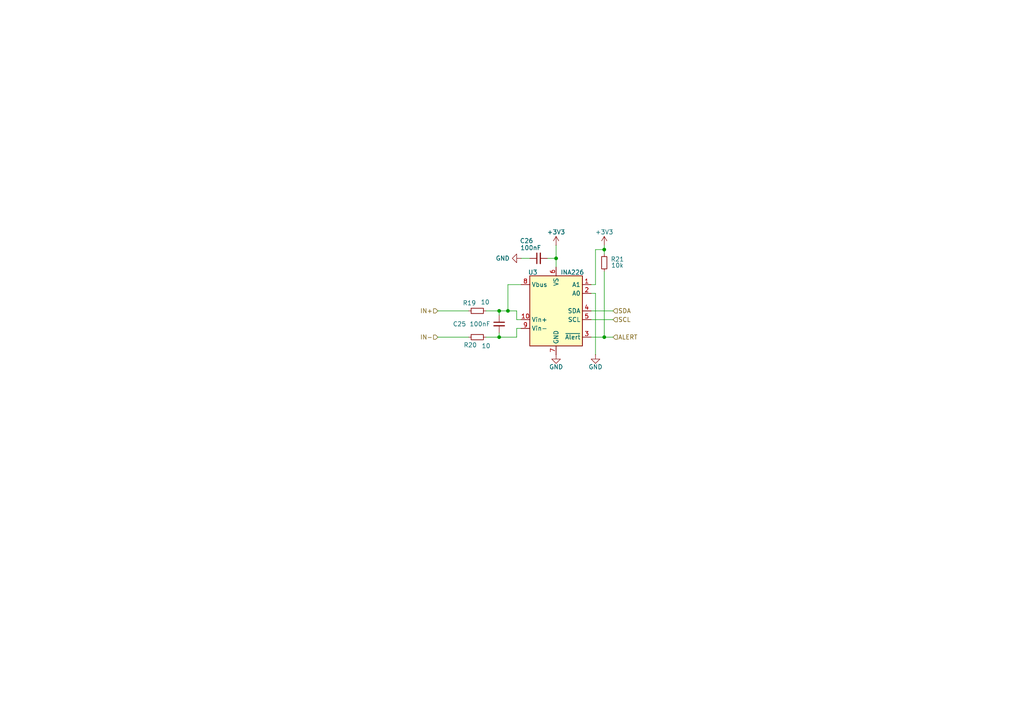
<source format=kicad_sch>
(kicad_sch (version 20250114) (generator "eeschema") (generator_version "9.0")
  (paper "A4")
  (title_block (title "LTC3119 Test Board") (date "2025-05-02") (rev "1.0") (company "Precision Based On Vibes"))
  (lib_symbols
    (symbol "Device:C_Small" (pin_numbers (hide yes)) (pin_names (offset 0.254) (hide yes))
      (property "Reference" "C" (at 0.254 1.778 0))
      (property "Value" "C_Small" (at 0.254 -2.032 0))
      (symbol "C_Small_0_1"
        (polyline (pts (xy -1.524 0.508) (xy 1.524 0.508)) (stroke (width 0.3048)))
        (polyline (pts (xy -1.524 -0.508) (xy 1.524 -0.508)) (stroke (width 0.3302)))
      )
      (symbol "C_Small_1_1"
        (pin passive line (at 0 2.54 270) (length 2.032) (name "~") (number "1"))
        (pin passive line (at 0 -2.54 90) (length 2.032) (name "~") (number "2"))
      )
    )
    (symbol "Device:R_Small" (pin_numbers (hide yes)) (pin_names (offset 0.254) (hide yes))
      (property "Reference" "R" (at 0 0 90))
      (property "Value" "R_Small" (at 1.778 0 90))
      (symbol "R_Small_0_1"
        (rectangle (start -0.762 1.778) (end 0.762 -1.778) (stroke (width 0.2032)))
      )
      (symbol "R_Small_1_1"
        (pin passive line (at 0 2.54 270) (length 0.762) (name "~") (number "1"))
        (pin passive line (at 0 -2.54 90) (length 0.762) (name "~") (number "2"))
      )
    )
    (symbol "Sensor_Energy:INA226"
      (property "Reference" "U" (at -6.35 11.43 0))
      (property "Value" "INA226" (at 3.81 11.43 0))
      (symbol "INA226_0_1"
        (rectangle (start 7.62 10.16) (end -7.62 -10.16) (stroke (width 0.254)) (fill (type background)))
      )
      (symbol "INA226_1_1"
        (pin input line (at -10.16 7.62 0) (length 2.54) (name "Vbus") (number "8"))
        (pin input line (at -10.16 -2.54 0) (length 2.54) (name "Vin+") (number "10"))
        (pin input line (at -10.16 -5.08 0) (length 2.54) (name "Vin-") (number "9"))
        (pin power_in line (at 0 12.7 270) (length 2.54) (name "VS") (number "6"))
        (pin power_in line (at 0 -12.7 90) (length 2.54) (name "GND") (number "7"))
        (pin input line (at 10.16 7.62 180) (length 2.54) (name "A1") (number "1"))
        (pin input line (at 10.16 5.08 180) (length 2.54) (name "A0") (number "2"))
        (pin bidirectional line (at 10.16 0 180) (length 2.54) (name "SDA") (number "4"))
        (pin input line (at 10.16 -2.54 180) (length 2.54) (name "SCL") (number "5"))
        (pin open_collector line (at 10.16 -7.62 180) (length 2.54) (name "~{Alert}") (number "3"))
      )
    )
    (symbol "power:+3V3" (power) (pin_numbers (hide yes)) (pin_names (offset 0) (hide yes))
      (property "Value" "+3V3" (at 0 3.556 0))
      (symbol "+3V3_0_1"
        (polyline (pts (xy -0.762 1.27) (xy 0 2.54)))
        (polyline (pts (xy 0 2.54) (xy 0.762 1.27)))
        (polyline (pts (xy 0 0) (xy 0 2.54)))
      )
      (symbol "+3V3_1_1"
        (pin power_in line (at 0 0 90) (length 0) (name "~") (number "1"))
      )
    )
    (symbol "power:GND" (power) (pin_numbers (hide yes)) (pin_names (offset 0) (hide yes))
      (property "Value" "GND" (at 0 -3.81 0))
      (symbol "GND_0_1"
        (polyline (pts (xy 0 0) (xy 0 -1.27) (xy 1.27 -1.27) (xy 0 -2.54) (xy -1.27 -1.27) (xy 0 -1.27)))
      )
      (symbol "GND_1_1"
        (pin power_in line (at 0 0 270) (length 0) (name "~") (number "1"))
      )
    )
  )
  (junction (at 144.78 97.79))
  (junction (at 144.78 90.17))
  (junction (at 175.26 97.79))
  (junction (at 161.29 74.93))
  (junction (at 175.26 72.39))
  (junction (at 147.32 90.17))
  (wire (pts (xy 175.26 72.39) (xy 175.26 73.66)))
  (wire (pts (xy 140.97 97.79) (xy 144.78 97.79)))
  (wire (pts (xy 175.26 78.74) (xy 175.26 97.79)))
  (wire (pts (xy 172.72 72.39) (xy 175.26 72.39)))
  (wire (pts (xy 171.45 90.17) (xy 177.8 90.17)))
  (wire (pts (xy 161.29 71.12) (xy 161.29 74.93)))
  (wire (pts (xy 161.29 74.93) (xy 161.29 77.47)))
  (wire (pts (xy 158.75 74.93) (xy 161.29 74.93)))
  (wire (pts (xy 127 90.17) (xy 135.89 90.17)))
  (wire (pts (xy 140.97 90.17) (xy 144.78 90.17)))
  (wire (pts (xy 171.45 92.71) (xy 177.8 92.71)))
  (wire (pts (xy 149.86 95.25) (xy 149.86 97.79)))
  (wire (pts (xy 171.45 82.55) (xy 172.72 82.55)))
  (wire (pts (xy 147.32 82.55) (xy 151.13 82.55)))
  (wire (pts (xy 127 97.79) (xy 135.89 97.79)))
  (wire (pts (xy 147.32 82.55) (xy 147.32 90.17)))
  (wire (pts (xy 171.45 97.79) (xy 175.26 97.79)))
  (wire (pts (xy 172.72 85.09) (xy 172.72 102.87)))
  (wire (pts (xy 149.86 90.17) (xy 149.86 92.71)))
  (wire (pts (xy 172.72 85.09) (xy 171.45 85.09)))
  (wire (pts (xy 175.26 97.79) (xy 177.8 97.79)))
  (wire (pts (xy 172.72 82.55) (xy 172.72 72.39)))
  (wire (pts (xy 144.78 91.44) (xy 144.78 90.17)))
  (wire (pts (xy 147.32 90.17) (xy 149.86 90.17)))
  (wire (pts (xy 151.13 74.93) (xy 153.67 74.93)))
  (wire (pts (xy 175.26 71.12) (xy 175.26 72.39)))
  (wire (pts (xy 144.78 90.17) (xy 147.32 90.17)))
  (wire (pts (xy 144.78 97.79) (xy 149.86 97.79)))
  (wire (pts (xy 151.13 95.25) (xy 149.86 95.25)))
  (wire (pts (xy 149.86 92.71) (xy 151.13 92.71)))
  (wire (pts (xy 144.78 96.52) (xy 144.78 97.79)))
  (hierarchical_label "ALERT" (shape input) (at 177.8 97.79 0))
  (hierarchical_label "SDA" (shape input) (at 177.8 90.17 0))
  (hierarchical_label "IN+" (shape input) (at 127 90.17 180))
  (hierarchical_label "SCL" (shape input) (at 177.8 92.71 0))
  (hierarchical_label "IN-" (shape input) (at 127 97.79 180))
  (symbol (lib_id "Device:R_Small") (at 175.26 76.2 180) (unit 1)
    (property "Reference" "R21" (at 179.07 75.184 0))
    (property "Value" "10k" (at 179.07 76.962 0))
    (property "Footprint" "Resistor_SMD:R_0805_2012Metric_Pad1.20x1.40mm_HandSolder" (effects (hide yes)))
    (property "Description" "Resistor, small symbol" (effects (hide yes)))
  )
  (symbol (lib_id "power:GND") (at 151.13 74.93 270) (unit 1)
    (property "Reference" "#PWR033" (effects (hide yes)))
    (property "Value" "GND" (at 145.796 74.93 90))
    (property "Description" "Power symbol creates a global label with name \"GND\" , ground" (effects (hide yes)))
  )
  (symbol (lib_id "Device:C_Small") (at 144.78 93.98 0) (unit 1)
    (property "Reference" "C25" (at 131.318 93.98 0) (effects (justify left)))
    (property "Value" "100nF" (at 136.144 93.98 0) (effects (justify left)))
    (property "Footprint" "Capacitor_SMD:C_0805_2012Metric_Pad1.18x1.45mm_HandSolder" (effects (hide yes)))
    (property "Description" "Unpolarized capacitor, small symbol" (effects (hide yes)))
  )
  (symbol (lib_id "Device:R_Small") (at 138.43 90.17 90) (unit 1)
    (property "Reference" "R19" (at 136.144 87.884 90))
    (property "Value" "10" (at 140.716 87.63 90))
    (property "Footprint" "Resistor_SMD:R_0805_2012Metric_Pad1.20x1.40mm_HandSolder" (effects (hide yes)))
    (property "Description" "Resistor, small symbol" (effects (hide yes)))
  )
  (symbol (lib_id "power:GND") (at 172.72 102.87 0) (unit 1)
    (property "Reference" "#PWR036" (effects (hide yes)))
    (property "Value" "GND" (at 172.72 106.426 0))
    (property "Description" "Power symbol creates a global label with name \"GND\" , ground" (effects (hide yes)))
  )
  (symbol (lib_id "power:+3V3") (at 175.26 71.12 0) (unit 1)
    (property "Reference" "#PWR037" (effects (hide yes)))
    (property "Value" "+3V3" (at 175.26 67.31 0))
    (property "Description" "Power symbol creates a global label with name \"+3V3\"" (effects (hide yes)))
  )
  (symbol (lib_id "Sensor_Energy:INA226") (at 161.29 90.17 0) (unit 1)
    (property "Reference" "U3" (at 153.162 78.994 0) (effects (justify left)))
    (property "Value" "INA226" (at 162.56 78.994 0) (effects (justify left)))
    (property "Footprint" "Package_SO:VSSOP-10_3x3mm_P0.5mm" (effects (hide yes)))
    (property "Datasheet" "http://www.ti.com/lit/ds/symlink/ina226.pdf" (effects (hide yes)))
    (property "Description" "High-Side or Low-Side Measurement, Bi-Directional Current and Power Monitor (0-36V) with I2C Compatible Interface, VSSOP-10" (effects (hide yes)))
  )
  (symbol (lib_id "power:GND") (at 161.29 102.87 0) (unit 1)
    (property "Reference" "#PWR035" (effects (hide yes)))
    (property "Value" "GND" (at 161.29 106.426 0))
    (property "Description" "Power symbol creates a global label with name \"GND\" , ground" (effects (hide yes)))
  )
  (symbol (lib_id "Device:R_Small") (at 138.43 97.79 90) (unit 1)
    (property "Reference" "R20" (at 136.398 100.076 90))
    (property "Value" "10" (at 140.97 100.33 90))
    (property "Footprint" "Resistor_SMD:R_0805_2012Metric_Pad1.20x1.40mm_HandSolder" (effects (hide yes)))
    (property "Description" "Resistor, small symbol" (effects (hide yes)))
  )
  (symbol (lib_id "power:+3V3") (at 161.29 71.12 0) (unit 1)
    (property "Reference" "#PWR034" (effects (hide yes)))
    (property "Value" "+3V3" (at 161.29 67.31 0))
    (property "Description" "Power symbol creates a global label with name \"+3V3\"" (effects (hide yes)))
  )
  (symbol (lib_id "Device:C_Small") (at 156.21 74.93 90) (unit 1)
    (property "Reference" "C26" (at 154.686 69.85 90) (effects (justify left)))
    (property "Value" "100nF" (at 156.972 71.882 90) (effects (justify left)))
    (property "Footprint" "Capacitor_SMD:C_0805_2012Metric_Pad1.18x1.45mm_HandSolder" (effects (hide yes)))
    (property "Description" "Unpolarized capacitor, small symbol" (effects (hide yes)))
  )
)
</source>
